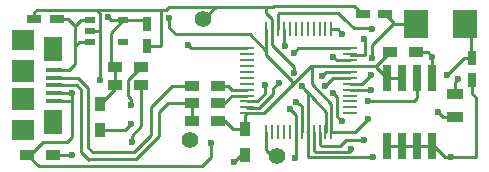
<source format=gbr>
G04 #@! TF.FileFunction,Copper,L1,Top,Signal*
%FSLAX46Y46*%
G04 Gerber Fmt 4.6, Leading zero omitted, Abs format (unit mm)*
G04 Created by KiCad (PCBNEW 4.0.2-stable) date 04.08.2016 21:20:42*
%MOMM*%
G01*
G04 APERTURE LIST*
%ADD10C,0.100000*%
%ADD11R,0.800000X2.200000*%
%ADD12R,1.350000X0.400000*%
%ADD13R,1.900000X1.800000*%
%ADD14R,1.600000X2.100000*%
%ADD15R,1.900000X1.900000*%
%ADD16R,1.200000X0.750000*%
%ADD17R,0.750000X1.200000*%
%ADD18R,1.397000X0.889000*%
%ADD19R,1.200000X0.900000*%
%ADD20R,0.900000X1.200000*%
%ADD21R,0.900000X0.600000*%
%ADD22R,1.300000X0.250000*%
%ADD23R,0.250000X1.300000*%
%ADD24R,2.000000X2.400000*%
%ADD25C,1.397000*%
%ADD26C,0.600000*%
%ADD27C,0.250000*%
G04 APERTURE END LIST*
D10*
D11*
X63436500Y-41160500D03*
X64706500Y-41160500D03*
X65976500Y-41160500D03*
X67246500Y-41160500D03*
X67246500Y-35420500D03*
X65976500Y-35420500D03*
X64706500Y-35420500D03*
X63436500Y-35420500D03*
D12*
X35250500Y-34704500D03*
X35250500Y-35354500D03*
X35250500Y-36004500D03*
X35250500Y-36654500D03*
X35250500Y-37304500D03*
D13*
X32575500Y-32204500D03*
X32575500Y-39804500D03*
D14*
X35125500Y-32904500D03*
D15*
X32575500Y-34804500D03*
X32575500Y-37204500D03*
D14*
X35125500Y-39104500D03*
D16*
X63243500Y-29972000D03*
X61343500Y-29972000D03*
D17*
X70612000Y-33657500D03*
X70612000Y-35557500D03*
D16*
X35430500Y-30416500D03*
X33530500Y-30416500D03*
D17*
X43116500Y-30800000D03*
X43116500Y-32700000D03*
D18*
X69151500Y-36766500D03*
X69151500Y-38671500D03*
D19*
X63670000Y-33210500D03*
X65870000Y-33210500D03*
D20*
X51371500Y-39667000D03*
X51371500Y-41867000D03*
D19*
X46906000Y-36068000D03*
X49106000Y-36068000D03*
X46906000Y-37528500D03*
X49106000Y-37528500D03*
X49106000Y-38989000D03*
X46906000Y-38989000D03*
X40365500Y-34417000D03*
X42565500Y-34417000D03*
D20*
X39116000Y-37571500D03*
X39116000Y-39771500D03*
D19*
X40365500Y-36004500D03*
X42565500Y-36004500D03*
X35136000Y-41910000D03*
X32936000Y-41910000D03*
D21*
X41087500Y-32382500D03*
X38287500Y-31432500D03*
X41087500Y-30482500D03*
X38287500Y-32382500D03*
X38287500Y-30482500D03*
D22*
X60293500Y-38373500D03*
X60293500Y-37873500D03*
X60293500Y-37373500D03*
X60293500Y-36873500D03*
X60293500Y-36373500D03*
X60293500Y-35873500D03*
X60293500Y-35373500D03*
X60293500Y-34873500D03*
X60293500Y-34373500D03*
X60293500Y-33873500D03*
X60293500Y-33373500D03*
X60293500Y-32873500D03*
D23*
X58693500Y-31273500D03*
X58193500Y-31273500D03*
X57693500Y-31273500D03*
X57193500Y-31273500D03*
X56693500Y-31273500D03*
X56193500Y-31273500D03*
X55693500Y-31273500D03*
X55193500Y-31273500D03*
X54693500Y-31273500D03*
X54193500Y-31273500D03*
X53693500Y-31273500D03*
X53193500Y-31273500D03*
D22*
X51593500Y-32873500D03*
X51593500Y-33373500D03*
X51593500Y-33873500D03*
X51593500Y-34373500D03*
X51593500Y-34873500D03*
X51593500Y-35373500D03*
X51593500Y-35873500D03*
X51593500Y-36373500D03*
X51593500Y-36873500D03*
X51593500Y-37373500D03*
X51593500Y-37873500D03*
X51593500Y-38373500D03*
D23*
X53193500Y-39973500D03*
X53693500Y-39973500D03*
X54193500Y-39973500D03*
X54693500Y-39973500D03*
X55193500Y-39973500D03*
X55693500Y-39973500D03*
X56193500Y-39973500D03*
X56693500Y-39973500D03*
X57193500Y-39973500D03*
X57693500Y-39973500D03*
X58193500Y-39973500D03*
X58693500Y-39973500D03*
D24*
X65895000Y-30797500D03*
X69995000Y-30797500D03*
D25*
X46736000Y-40640000D03*
X54102000Y-41973500D03*
X47815500Y-30416500D03*
D26*
X61785500Y-38862000D03*
X44958000Y-30289500D03*
X39814500Y-30226000D03*
X62166500Y-33655000D03*
X62039500Y-36385500D03*
X68453000Y-35115500D03*
X62039500Y-35115500D03*
X53086000Y-35941000D03*
X60325000Y-41402000D03*
X61468000Y-40640000D03*
X54737000Y-32639000D03*
X62166500Y-31242000D03*
X46545500Y-32575500D03*
X48514000Y-40894000D03*
X55562500Y-34925000D03*
X39116000Y-35560000D03*
X36766500Y-36639500D03*
X68834000Y-42100500D03*
X62230000Y-42100500D03*
X56235600Y-36068000D03*
X57912000Y-35242500D03*
X54229000Y-35814000D03*
X69405500Y-35496500D03*
X59626500Y-31623000D03*
X67754500Y-38290500D03*
X41783000Y-40767000D03*
X41719500Y-39243000D03*
X41719500Y-37655500D03*
X61468000Y-32067500D03*
X55499000Y-33274000D03*
X59563000Y-39052500D03*
X58864500Y-36639500D03*
X58864500Y-33591500D03*
X55676800Y-37388800D03*
X67246500Y-33591500D03*
X50419000Y-42481500D03*
X55626000Y-42164000D03*
X61785500Y-37338000D03*
X55181500Y-38036500D03*
X36766500Y-41910000D03*
X58166000Y-36068000D03*
D27*
X64706500Y-35420500D02*
X63436500Y-35420500D01*
X58679502Y-39937500D02*
X60710000Y-39937500D01*
X61785500Y-38862000D02*
X60710000Y-39937500D01*
X44958000Y-31115000D02*
X44958000Y-30289500D01*
X53193500Y-33064000D02*
X51816000Y-31686500D01*
X45529500Y-31686500D02*
X51816000Y-31686500D01*
X44958000Y-31115000D02*
X45529500Y-31686500D01*
X41087500Y-30482500D02*
X40071000Y-30482500D01*
X40071000Y-30482500D02*
X39814500Y-30226000D01*
X58679502Y-39937500D02*
X58693500Y-39973500D01*
X40365500Y-36004500D02*
X40365500Y-34417000D01*
X40365500Y-34417000D02*
X40005000Y-34056500D01*
X40005000Y-34056500D02*
X40005000Y-31565000D01*
X40005000Y-31565000D02*
X41087500Y-30482500D01*
X40365500Y-36004500D02*
X40365500Y-36322000D01*
X40365500Y-36322000D02*
X39116000Y-37571500D01*
X49106000Y-38989000D02*
X49657000Y-38989000D01*
X49657000Y-38989000D02*
X50335000Y-39667000D01*
X50335000Y-39667000D02*
X51371500Y-39667000D01*
X51371500Y-39667000D02*
X51371500Y-38595500D01*
X51371500Y-38595500D02*
X51593500Y-38373500D01*
X62507000Y-34373500D02*
X62507000Y-34491000D01*
X62507000Y-34491000D02*
X63436500Y-35420500D01*
X60293500Y-34373500D02*
X62507000Y-34373500D01*
X62507000Y-34373500D02*
X63670000Y-33210500D01*
X55372000Y-36004500D02*
X55372000Y-35623500D01*
X53193500Y-33445000D02*
X53193500Y-33064000D01*
X55372000Y-35623500D02*
X53193500Y-33445000D01*
X53193500Y-33064000D02*
X53193500Y-31273500D01*
X57023000Y-34373500D02*
X57023000Y-35877500D01*
X58693500Y-37548000D02*
X58693500Y-39973500D01*
X57023000Y-35877500D02*
X58693500Y-37548000D01*
X51593500Y-38373500D02*
X53003000Y-38373500D01*
X57003000Y-34373500D02*
X57023000Y-34373500D01*
X57023000Y-34373500D02*
X60293500Y-34373500D01*
X53003000Y-38373500D02*
X55372000Y-36004500D01*
X55372000Y-36004500D02*
X57003000Y-34373500D01*
X40068500Y-35623500D02*
X40068500Y-35877500D01*
X41087500Y-30482500D02*
X41973500Y-30482500D01*
X41973500Y-30482500D02*
X42799000Y-30482500D01*
X42799000Y-30482500D02*
X43116500Y-30800000D01*
X35430500Y-30416500D02*
X36385500Y-30416500D01*
X36385500Y-30416500D02*
X36957000Y-30988000D01*
X38287500Y-32382500D02*
X37340500Y-32382500D01*
X37340500Y-32382500D02*
X36957000Y-32766000D01*
X35250500Y-34704500D02*
X36479000Y-34704500D01*
X37462500Y-30482500D02*
X38287500Y-30482500D01*
X36957000Y-30988000D02*
X37462500Y-30482500D01*
X36957000Y-34226500D02*
X36957000Y-32766000D01*
X36957000Y-32766000D02*
X36957000Y-30988000D01*
X36479000Y-34704500D02*
X36957000Y-34226500D01*
X64008000Y-30797500D02*
X64008000Y-30736500D01*
X64008000Y-30736500D02*
X63243500Y-29972000D01*
X60293500Y-36373500D02*
X62027500Y-36373500D01*
X63944500Y-30797500D02*
X64008000Y-30797500D01*
X64008000Y-30797500D02*
X65895000Y-30797500D01*
X62166500Y-32575500D02*
X63944500Y-30797500D01*
X62166500Y-33655000D02*
X62166500Y-32575500D01*
X62027500Y-36373500D02*
X62039500Y-36385500D01*
X60293500Y-35873500D02*
X61281500Y-35873500D01*
X69911000Y-33657500D02*
X70612000Y-33657500D01*
X68453000Y-35115500D02*
X69911000Y-33657500D01*
X61281500Y-35873500D02*
X62039500Y-35115500D01*
X70612000Y-33657500D02*
X70548500Y-33594000D01*
X70548500Y-33594000D02*
X70548500Y-31351000D01*
X70548500Y-31351000D02*
X69995000Y-30797500D01*
X49106000Y-37528500D02*
X49593500Y-37528500D01*
X49593500Y-37528500D02*
X50248500Y-36873500D01*
X50248500Y-36873500D02*
X51593500Y-36873500D01*
X49106000Y-36068000D02*
X49974500Y-36068000D01*
X50280000Y-36373500D02*
X51593500Y-36373500D01*
X49974500Y-36068000D02*
X50280000Y-36373500D01*
X51593500Y-37373500D02*
X52415500Y-37373500D01*
X53086000Y-36703000D02*
X53086000Y-35941000D01*
X52415500Y-37373500D02*
X53086000Y-36703000D01*
X53530500Y-41910000D02*
X53530500Y-41846500D01*
X53530500Y-41846500D02*
X53193500Y-41509500D01*
X53193500Y-41509500D02*
X53193500Y-39973500D01*
X57193500Y-39973500D02*
X57193500Y-41509000D01*
X60325000Y-41523498D02*
X60325000Y-41402000D01*
X60198000Y-41650498D02*
X60325000Y-41523498D01*
X57334998Y-41650498D02*
X60198000Y-41650498D01*
X57193500Y-41509000D02*
X57334998Y-41650498D01*
X57693500Y-39973500D02*
X57693500Y-40993000D01*
X59944000Y-40640000D02*
X61468000Y-40640000D01*
X59436000Y-41148000D02*
X59944000Y-40640000D01*
X57848500Y-41148000D02*
X59436000Y-41148000D01*
X57693500Y-40993000D02*
X57848500Y-41148000D01*
X54693500Y-32595500D02*
X54693500Y-31273500D01*
X54737000Y-32639000D02*
X54693500Y-32595500D01*
X59785250Y-30384750D02*
X59245500Y-29845000D01*
X54292500Y-29845000D02*
X54193500Y-29944000D01*
X59245500Y-29845000D02*
X54292500Y-29845000D01*
X54193500Y-29944000D02*
X54193500Y-31273500D01*
X54229000Y-29908500D02*
X54193500Y-29944000D01*
X60579000Y-31178500D02*
X59785250Y-30384750D01*
X59785250Y-30384750D02*
X59753500Y-30353000D01*
X62103000Y-31178500D02*
X60579000Y-31178500D01*
X62166500Y-31242000D02*
X62103000Y-31178500D01*
X46843500Y-32873500D02*
X51593500Y-32873500D01*
X46545500Y-32575500D02*
X46843500Y-32873500D01*
X67246500Y-41160500D02*
X65976500Y-41160500D01*
X65976500Y-41160500D02*
X64706500Y-41160500D01*
X64706500Y-41160500D02*
X63436500Y-41160500D01*
X35250500Y-37304500D02*
X36766500Y-37304500D01*
X36766500Y-37304500D02*
X36766500Y-37307520D01*
X33901200Y-42875200D02*
X32936000Y-41910000D01*
X47701200Y-42875200D02*
X33901200Y-42875200D01*
X48514000Y-42062400D02*
X47701200Y-42875200D01*
X48514000Y-40894000D02*
X48514000Y-42062400D01*
X49149000Y-29337000D02*
X48895000Y-29337000D01*
X48895000Y-29337000D02*
X47815500Y-30416500D01*
X53693500Y-32611500D02*
X55562500Y-34480500D01*
X53693500Y-31273500D02*
X53693500Y-32611500D01*
X55562500Y-34480500D02*
X55562500Y-34925000D01*
X53693500Y-31273500D02*
X53693500Y-30389000D01*
X53149500Y-29845000D02*
X53149500Y-29337000D01*
X53693500Y-30389000D02*
X53149500Y-29845000D01*
X44259500Y-29591000D02*
X44704000Y-29591000D01*
X44704000Y-29591000D02*
X44958000Y-29337000D01*
X44958000Y-29337000D02*
X49149000Y-29337000D01*
X49149000Y-29337000D02*
X53149500Y-29337000D01*
X60645000Y-29273500D02*
X61343500Y-29972000D01*
X53149500Y-29337000D02*
X53784500Y-29337000D01*
X53784500Y-29337000D02*
X53848000Y-29273500D01*
X53848000Y-29273500D02*
X60645000Y-29273500D01*
X32936000Y-41910000D02*
X33210500Y-41910000D01*
X33210500Y-41910000D02*
X34290000Y-40830500D01*
X34290000Y-40830500D02*
X36322000Y-40830500D01*
X36322000Y-40830500D02*
X36766500Y-40386000D01*
X36766500Y-40386000D02*
X36766500Y-37307520D01*
X36766500Y-37307520D02*
X36766500Y-36639500D01*
X36512500Y-36654500D02*
X36751500Y-36654500D01*
X35250500Y-36654500D02*
X36512500Y-36654500D01*
X39116000Y-35560000D02*
X39116000Y-31432500D01*
X36751500Y-36654500D02*
X36766500Y-36639500D01*
X56693500Y-39973500D02*
X56693500Y-42088500D01*
X56705500Y-42100500D02*
X56693500Y-42088500D01*
X62230000Y-42100500D02*
X56705500Y-42100500D01*
X67246500Y-41160500D02*
X67246500Y-40195500D01*
X56643502Y-39973500D02*
X56693500Y-39973500D01*
X67246500Y-41160500D02*
X67386000Y-41160500D01*
X67386000Y-41160500D02*
X68326000Y-42100500D01*
X68326000Y-42100500D02*
X68834000Y-42100500D01*
X68834000Y-42100500D02*
X70929500Y-42100500D01*
X70612000Y-36703000D02*
X70612000Y-35557500D01*
X70929500Y-37020500D02*
X70612000Y-36703000D01*
X70929500Y-42100500D02*
X70929500Y-38671500D01*
X70929500Y-38671500D02*
X70929500Y-37020500D01*
X43116500Y-32700000D02*
X44257000Y-32700000D01*
X44259500Y-32697500D02*
X44259500Y-29591000D01*
X44257000Y-32700000D02*
X44259500Y-32697500D01*
X56235600Y-36068000D02*
X58229500Y-38290500D01*
X58229500Y-38290500D02*
X58229500Y-39937500D01*
X58229500Y-39937500D02*
X58193500Y-39973500D01*
X56693500Y-36754500D02*
X56693500Y-39973500D01*
X56235600Y-36068000D02*
X56693500Y-36754500D01*
X58281000Y-34873500D02*
X60293500Y-34873500D01*
X57912000Y-35242500D02*
X58281000Y-34873500D01*
X52564002Y-37923498D02*
X51593500Y-37923498D01*
X53784500Y-36703000D02*
X52564002Y-37923498D01*
X53784500Y-36258500D02*
X53784500Y-36703000D01*
X54229000Y-35814000D02*
X53784500Y-36258500D01*
X51593500Y-37923498D02*
X51593500Y-37873500D01*
X44259500Y-29591000D02*
X38862000Y-29591000D01*
X33530500Y-30416500D02*
X33530500Y-29842500D01*
X39116000Y-29845000D02*
X39116000Y-31432500D01*
X38862000Y-29591000D02*
X39116000Y-29845000D01*
X33782000Y-29591000D02*
X38862000Y-29591000D01*
X33530500Y-29842500D02*
X33782000Y-29591000D01*
X38925500Y-31432500D02*
X39116000Y-31432500D01*
X38925500Y-31432500D02*
X38287500Y-31432500D01*
X69151500Y-36766500D02*
X69151500Y-35750500D01*
X69151500Y-35750500D02*
X69405500Y-35496500D01*
X59277000Y-31273500D02*
X58693500Y-31273500D01*
X59626500Y-31623000D02*
X59277000Y-31273500D01*
X68135500Y-38671500D02*
X69151500Y-38671500D01*
X67754500Y-38290500D02*
X68135500Y-38671500D01*
X41783000Y-40767000D02*
X41783000Y-40259000D01*
X42565500Y-39476500D02*
X42565500Y-36004500D01*
X41783000Y-40259000D02*
X42565500Y-39476500D01*
X41783000Y-40767000D02*
X41846500Y-40767000D01*
X39116000Y-39771500D02*
X41191000Y-39771500D01*
X41191000Y-39771500D02*
X41719500Y-39243000D01*
X41719500Y-37655500D02*
X41719500Y-37147500D01*
X41465500Y-35517000D02*
X42565500Y-34417000D01*
X41465500Y-36893500D02*
X41465500Y-35517000D01*
X41719500Y-37147500D02*
X41465500Y-36893500D01*
X61509002Y-33423498D02*
X60343498Y-33423498D01*
X61531500Y-33401000D02*
X61509002Y-33423498D01*
X61531500Y-32131000D02*
X61531500Y-33401000D01*
X61468000Y-32067500D02*
X61531500Y-32131000D01*
X60343498Y-33423498D02*
X60293500Y-33373500D01*
X60293500Y-32873500D02*
X55899500Y-32873500D01*
X55899500Y-32873500D02*
X55499000Y-33274000D01*
X60293500Y-33873500D02*
X59146500Y-33873500D01*
X59182000Y-38671500D02*
X59563000Y-39052500D01*
X59182000Y-36957000D02*
X59182000Y-38671500D01*
X58864500Y-36639500D02*
X59182000Y-36957000D01*
X59146500Y-33873500D02*
X58864500Y-33591500D01*
X56193500Y-39973500D02*
X56193500Y-37778500D01*
X55676800Y-37388800D02*
X56193500Y-37778500D01*
X67246500Y-33591500D02*
X67246500Y-33655000D01*
X65870000Y-33210500D02*
X66865500Y-33210500D01*
X67246500Y-33591500D02*
X67246500Y-33655000D01*
X67246500Y-33655000D02*
X67246500Y-35420500D01*
X66865500Y-33210500D02*
X67246500Y-33591500D01*
X38131750Y-42259250D02*
X42195750Y-42259250D01*
X44894500Y-37528500D02*
X46906000Y-37528500D01*
X44132500Y-38290500D02*
X44894500Y-37528500D01*
X44132500Y-40322500D02*
X44132500Y-38290500D01*
X42195750Y-42259250D02*
X44132500Y-40322500D01*
X35250500Y-36004500D02*
X37147500Y-36004500D01*
X37528500Y-41656000D02*
X38131750Y-42259250D01*
X38131750Y-42259250D02*
X38163500Y-42291000D01*
X37528500Y-36385500D02*
X37528500Y-41656000D01*
X37147500Y-36004500D02*
X37528500Y-36385500D01*
X46906000Y-37528500D02*
X46906000Y-38989000D01*
X38481000Y-41656000D02*
X41973500Y-41656000D01*
X37259500Y-35354500D02*
X38100000Y-36195000D01*
X38100000Y-36195000D02*
X38100000Y-41275000D01*
X38100000Y-41275000D02*
X38481000Y-41656000D01*
X35250500Y-35354500D02*
X37259500Y-35354500D01*
X45212000Y-36068000D02*
X46906000Y-36068000D01*
X43434000Y-37846000D02*
X45212000Y-36068000D01*
X43434000Y-40195500D02*
X43434000Y-37846000D01*
X41973500Y-41656000D02*
X43434000Y-40195500D01*
X51033500Y-41867000D02*
X50419000Y-42481500D01*
X55693500Y-42096500D02*
X55693500Y-39973500D01*
X55626000Y-42164000D02*
X55693500Y-42096500D01*
X51371500Y-41867000D02*
X51033500Y-41867000D01*
X61785500Y-37338000D02*
X65722500Y-37338000D01*
X65722500Y-37338000D02*
X65976500Y-37084000D01*
X65976500Y-37084000D02*
X65976500Y-35420500D01*
X55693500Y-39973500D02*
X55693500Y-38548500D01*
X55693500Y-38548500D02*
X55181500Y-38036500D01*
X35136000Y-41910000D02*
X36766500Y-41910000D01*
X58860500Y-35373500D02*
X58166000Y-36068000D01*
X60293500Y-35373500D02*
X58860500Y-35373500D01*
M02*

</source>
